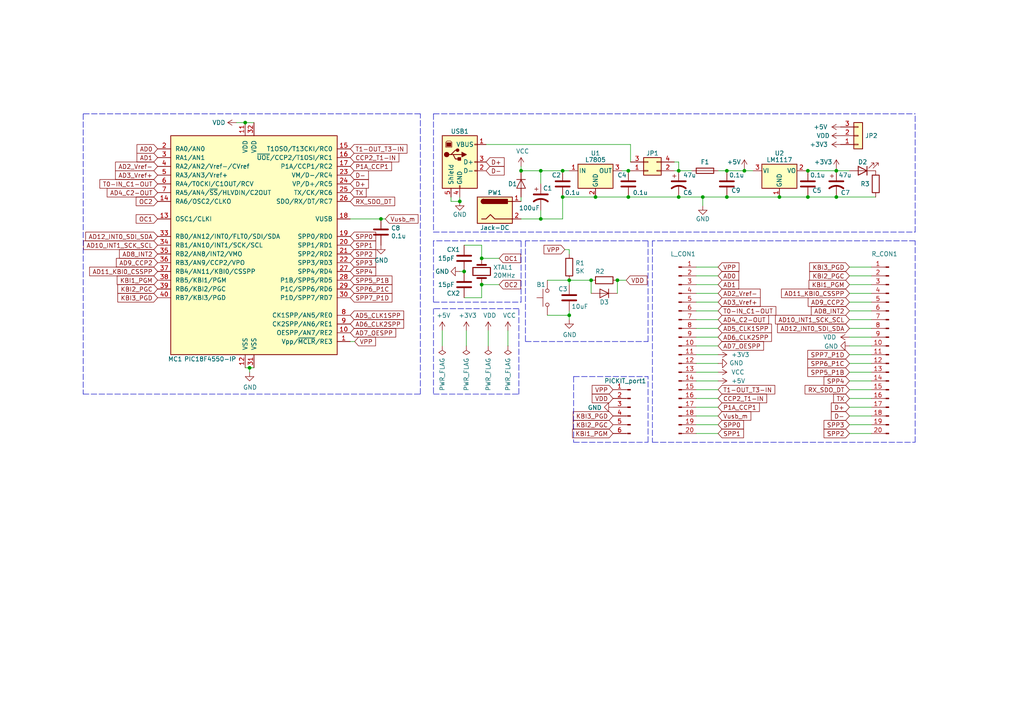
<source format=kicad_sch>
(kicad_sch (version 20211123) (generator eeschema)
  (paper "A4")
  (title_block (title "AutoUSB-KIT v6.0") (date "2021-07-14") (rev "1.4") (company "Automática/CUJAE") (comment 1 "Asignación de huellas ") (comment 2 "PCB") (comment 3 "Modelo 3D") (comment 4 "Daniel E. Zamora Sifredo"))
  (lib_symbols
    (symbol "AutoUSB-KIT-v6-rescue:+3.3V-power" (power) (pin_names (offset 0))
      (property "Value" "+3.3V-power" (at 0 3.556 0))
      (symbol "+3.3V-power_1_1"
        (pin power_in line (at 0 0 90) (length 0) hide (name "+3V3") (number "1"))
      )
    )
    (symbol "AutoUSB-KIT-v6-rescue:CP1-Device" (pin_numbers hide) (pin_names (offset 0.254) hide)
      (property "Reference" "C" (at 0.635 2.54 0))
      (property "Value" "CP1-Device" (at 0.635 -2.54 0))
      (symbol "CP1-Device_1_1"
        (pin passive line (at 0 3.81 270) (length 2.794) (name "~") (number "1"))
        (pin passive line (at 0 -3.81 90) (length 3.302) (name "~") (number "2"))
      )
    )
    (symbol "AutoUSB-KIT-v6-rescue:D-Device" (pin_numbers hide) (pin_names (offset 1.016) hide)
      (property "Reference" "D" (at 0 2.54 0))
      (property "Value" "D-Device" (at 0 -2.54 0))
      (symbol "D-Device_1_1"
        (pin passive line (at -3.81 0 0) (length 2.54) (name "K") (number "1"))
        (pin passive line (at 3.81 0 180) (length 2.54) (name "A") (number "2"))
      )
    )
    (symbol "AutoUSB-KIT-v6-rescue:USB_B-Connector" (pin_names (offset 1.016))
      (property "Reference" "J" (at -5.08 11.43 0))
      (property "Value" "USB_B-Connector" (at -5.08 8.89 0))
      (symbol "USB_B-Connector_1_1"
        (pin power_out line (at 7.62 5.08 180) (length 2.54) (name "VBUS") (number "1"))
        (pin passive line (at 7.62 -2.54 180) (length 2.54) (name "D-") (number "2"))
        (pin passive line (at 7.62 0 180) (length 2.54) (name "D+") (number "3"))
        (pin power_out line (at 0 -10.16 90) (length 2.54) (name "GND") (number "4"))
        (pin passive line (at -2.54 -10.16 90) (length 2.54) (name "Shield") (number "5"))
      )
    )
    (symbol "Connector:Conn_01x06_Male" (pin_names (offset 1.016) hide)
      (property "Reference" "J" (at 0 7.62 0))
      (property "Value" "Conn_01x06_Male" (at 0 -10.16 0))
      (symbol "Conn_01x06_Male_1_1"
        (pin passive line (at 5.08 5.08 180) (length 3.81) (name "Pin_1") (number "1"))
        (pin passive line (at 5.08 2.54 180) (length 3.81) (name "Pin_2") (number "2"))
        (pin passive line (at 5.08 0 180) (length 3.81) (name "Pin_3") (number "3"))
        (pin passive line (at 5.08 -2.54 180) (length 3.81) (name "Pin_4") (number "4"))
        (pin passive line (at 5.08 -5.08 180) (length 3.81) (name "Pin_5") (number "5"))
        (pin passive line (at 5.08 -7.62 180) (length 3.81) (name "Pin_6") (number "6"))
      )
    )
    (symbol "Connector:Conn_01x20_Male" (pin_names (offset 1.016) hide)
      (property "Reference" "J" (at 0 25.4 0))
      (property "Value" "Conn_01x20_Male" (at 0 -27.94 0))
      (symbol "Conn_01x20_Male_1_1"
        (pin passive line (at 5.08 22.86 180) (length 3.81) (name "Pin_1") (number "1"))
        (pin passive line (at 5.08 0 180) (length 3.81) (name "Pin_10") (number "10"))
        (pin passive line (at 5.08 -2.54 180) (length 3.81) (name "Pin_11") (number "11"))
        (pin passive line (at 5.08 -5.08 180) (length 3.81) (name "Pin_12") (number "12"))
        (pin passive line (at 5.08 -7.62 180) (length 3.81) (name "Pin_13") (number "13"))
        (pin passive line (at 5.08 -10.16 180) (length 3.81) (name "Pin_14") (number "14"))
        (pin passive line (at 5.08 -12.7 180) (length 3.81) (name "Pin_15") (number "15"))
        (pin passive line (at 5.08 -15.24 180) (length 3.81) (name "Pin_16") (number "16"))
        (pin passive line (at 5.08 -17.78 180) (length 3.81) (name "Pin_17") (number "17"))
        (pin passive line (at 5.08 -20.32 180) (length 3.81) (name "Pin_18") (number "18"))
        (pin passive line (at 5.08 -22.86 180) (length 3.81) (name "Pin_19") (number "19"))
        (pin passive line (at 5.08 20.32 180) (length 3.81) (name "Pin_2") (number "2"))
        (pin passive line (at 5.08 -25.4 180) (length 3.81) (name "Pin_20") (number "20"))
        (pin passive line (at 5.08 17.78 180) (length 3.81) (name "Pin_3") (number "3"))
        (pin passive line (at 5.08 15.24 180) (length 3.81) (name "Pin_4") (number "4"))
        (pin passive line (at 5.08 12.7 180) (length 3.81) (name "Pin_5") (number "5"))
        (pin passive line (at 5.08 10.16 180) (length 3.81) (name "Pin_6") (number "6"))
        (pin passive line (at 5.08 7.62 180) (length 3.81) (name "Pin_7") (number "7"))
        (pin passive line (at 5.08 5.08 180) (length 3.81) (name "Pin_8") (number "8"))
        (pin passive line (at 5.08 2.54 180) (length 3.81) (name "Pin_9") (number "9"))
      )
    )
    (symbol "Connector:Jack-DC" (pin_names (offset 1.016))
      (property "Reference" "J" (at 0 5.334 0))
      (property "Value" "Jack-DC" (at 0 -5.08 0))
      (symbol "Jack-DC_1_1"
        (pin passive line (at 7.62 2.54 180) (length 2.54) (name "~") (number "1"))
        (pin passive line (at 7.62 -2.54 180) (length 2.54) (name "~") (number "2"))
      )
    )
    (symbol "Connector_Generic:Conn_01x03" (pin_names (offset 1.016) hide)
      (property "Reference" "J" (at 0 5.08 0))
      (property "Value" "Conn_01x03" (at 0 -5.08 0))
      (symbol "Conn_01x03_1_1"
        (pin passive line (at -5.08 2.54 0) (length 3.81) (name "Pin_1") (number "1"))
        (pin passive line (at -5.08 0 0) (length 3.81) (name "Pin_2") (number "2"))
        (pin passive line (at -5.08 -2.54 0) (length 3.81) (name "Pin_3") (number "3"))
      )
    )
    (symbol "Connector_Generic:Conn_02x02_Odd_Even" (pin_names (offset 1.016) hide)
      (property "Reference" "J" (at 1.27 2.54 0))
      (property "Value" "Conn_02x02_Odd_Even" (at 1.27 -5.08 0))
      (symbol "Conn_02x02_Odd_Even_1_1"
        (pin passive line (at -5.08 0 0) (length 3.81) (name "Pin_1") (number "1"))
        (pin passive line (at 7.62 0 180) (length 3.81) (name "Pin_2") (number "2"))
        (pin passive line (at -5.08 -2.54 0) (length 3.81) (name "Pin_3") (number "3"))
        (pin passive line (at 7.62 -2.54 180) (length 3.81) (name "Pin_4") (number "4"))
      )
    )
    (symbol "Device:C" (pin_numbers hide) (pin_names (offset 0.254))
      (property "Reference" "C" (at 0.635 2.54 0))
      (property "Value" "C" (at 0.635 -2.54 0))
      (symbol "C_1_1"
        (pin passive line (at 0 3.81 270) (length 2.794) (name "~") (number "1"))
        (pin passive line (at 0 -3.81 90) (length 2.794) (name "~") (number "2"))
      )
    )
    (symbol "Device:Crystal" (pin_numbers hide) (pin_names (offset 1.016) hide)
      (property "Reference" "Y" (at 0 3.81 0))
      (property "Value" "Crystal" (at 0 -3.81 0))
      (symbol "Crystal_1_1"
        (pin passive line (at -3.81 0 0) (length 1.27) (name "1") (number "1"))
        (pin passive line (at 3.81 0 180) (length 1.27) (name "2") (number "2"))
      )
    )
    (symbol "Device:Fuse" (pin_numbers hide) (pin_names (offset 0))
      (property "Reference" "F" (at 2.032 0 90))
      (property "Value" "Fuse" (at -1.905 0 90))
      (symbol "Fuse_1_1"
        (pin passive line (at 0 3.81 270) (length 1.27) (name "~") (number "1"))
        (pin passive line (at 0 -3.81 90) (length 1.27) (name "~") (number "2"))
      )
    )
    (symbol "Device:LED" (pin_numbers hide) (pin_names (offset 1.016) hide)
      (property "Reference" "D" (at 0 2.54 0))
      (property "Value" "LED" (at 0 -2.54 0))
      (symbol "LED_1_1"
        (pin passive line (at -3.81 0 0) (length 2.54) (name "K") (number "1"))
        (pin passive line (at 3.81 0 180) (length 2.54) (name "A") (number "2"))
      )
    )
    (symbol "Device:R" (pin_numbers hide) (pin_names (offset 0))
      (property "Reference" "R" (at 2.032 0 90))
      (property "Value" "R" (at 0 0 90))
      (symbol "R_1_1"
        (pin passive line (at 0 3.81 270) (length 1.27) (name "~") (number "1"))
        (pin passive line (at 0 -3.81 90) (length 1.27) (name "~") (number "2"))
      )
    )
    (symbol "MCU_Microchip_PIC18:PIC18F4550-IP" (pin_names (offset 1.27))
      (property "Reference" "U" (at -22.86 33.02 0))
      (property "Value" "PIC18F4550-IP" (at 13.97 -33.02 0))
      (symbol "PIC18F4550-IP_1_1"
        (pin input line (at 27.94 -27.94 180) (length 3.81) (name "Vpp/~{MCLR}/RE3") (number "1"))
        (pin bidirectional line (at 27.94 -25.4 180) (length 3.81) (name "OESPP/AN7/RE2") (number "10"))
        (pin power_in line (at -2.54 35.56 270) (length 3.81) (name "VDD") (number "11"))
        (pin power_in line (at -2.54 -35.56 90) (length 3.81) (name "VSS") (number "12"))
        (pin input line (at -27.94 7.62 0) (length 3.81) (name "OSC1/CLKI") (number "13"))
        (pin output line (at -27.94 12.7 0) (length 3.81) (name "RA6/OSC2/CLKO") (number "14"))
        (pin bidirectional line (at 27.94 27.94 180) (length 3.81) (name "T1OSO/T13CKI/RC0") (number "15"))
        (pin bidirectional line (at 27.94 25.4 180) (length 3.81) (name "~{UOE}/CCP2/T1OSI/RC1") (number "16"))
        (pin bidirectional line (at 27.94 22.86 180) (length 3.81) (name "P1A/CCP1/RC2") (number "17"))
        (pin bidirectional line (at 27.94 7.62 180) (length 3.81) (name "VUSB") (number "18"))
        (pin bidirectional line (at 27.94 2.54 180) (length 3.81) (name "SPP0/RD0") (number "19"))
        (pin bidirectional line (at -27.94 27.94 0) (length 3.81) (name "RA0/AN0") (number "2"))
        (pin bidirectional line (at 27.94 0 180) (length 3.81) (name "SPP1/RD1") (number "20"))
        (pin bidirectional line (at 27.94 -2.54 180) (length 3.81) (name "SPP2/RD2") (number "21"))
        (pin bidirectional line (at 27.94 -5.08 180) (length 3.81) (name "SPP3/RD3") (number "22"))
        (pin bidirectional line (at 27.94 20.32 180) (length 3.81) (name "VM/D-/RC4") (number "23"))
        (pin bidirectional line (at 27.94 17.78 180) (length 3.81) (name "VP/D+/RC5") (number "24"))
        (pin bidirectional line (at 27.94 15.24 180) (length 3.81) (name "TX/CK/RC6") (number "25"))
        (pin bidirectional line (at 27.94 12.7 180) (length 3.81) (name "SDO/RX/DT/RC7") (number "26"))
        (pin bidirectional line (at 27.94 -7.62 180) (length 3.81) (name "SPP4/RD4") (number "27"))
        (pin bidirectional line (at 27.94 -10.16 180) (length 3.81) (name "P1B/SPP5/RD5") (number "28"))
        (pin bidirectional line (at 27.94 -12.7 180) (length 3.81) (name "P1C/SPP6/RD6") (number "29"))
        (pin bidirectional line (at -27.94 25.4 0) (length 3.81) (name "RA1/AN1") (number "3"))
        (pin bidirectional line (at 27.94 -15.24 180) (length 3.81) (name "P1D/SPP7/RD7") (number "30"))
        (pin power_in line (at 0 -35.56 90) (length 3.81) (name "VSS") (number "31"))
        (pin power_in line (at 0 35.56 270) (length 3.81) (name "VDD") (number "32"))
        (pin bidirectional line (at -27.94 2.54 0) (length 3.81) (name "RB0/AN12/INT0/FLT0/SDI/SDA") (number "33"))
        (pin bidirectional line (at -27.94 0 0) (length 3.81) (name "RB1/AN10/INT1/SCK/SCL") (number "34"))
        (pin bidirectional line (at -27.94 -2.54 0) (length 3.81) (name "RB2/AN8/INT2/VMO") (number "35"))
        (pin bidirectional line (at -27.94 -5.08 0) (length 3.81) (name "RB3/AN9/CCP2/VPO") (number "36"))
        (pin bidirectional line (at -27.94 -7.62 0) (length 3.81) (name "RB4/AN11/KBI0/CSSPP") (number "37"))
        (pin bidirectional line (at -27.94 -10.16 0) (length 3.81) (name "RB5/KBI1/PGM") (number "38"))
        (pin bidirectional line (at -27.94 -12.7 0) (length 3.81) (name "RB6/KBI2/PGC") (number "39"))
        (pin bidirectional line (at -27.94 22.86 0) (length 3.81) (name "RA2/AN2/Vref-/CVref") (number "4"))
        (pin bidirectional line (at -27.94 -15.24 0) (length 3.81) (name "RB7/KBI3/PGD") (number "40"))
        (pin bidirectional line (at -27.94 20.32 0) (length 3.81) (name "RA3/AN3/Vref+") (number "5"))
        (pin bidirectional line (at -27.94 17.78 0) (length 3.81) (name "RA4/T0CKI/C1OUT/RCV") (number "6"))
        (pin bidirectional line (at -27.94 15.24 0) (length 3.81) (name "RA5/AN4/~{SS}/HLVDIN/C2OUT") (number "7"))
        (pin bidirectional line (at 27.94 -20.32 180) (length 3.81) (name "CK1SPP/AN5/RE0") (number "8"))
        (pin bidirectional line (at 27.94 -22.86 180) (length 3.81) (name "CK2SPP/AN6/RE1") (number "9"))
      )
    )
    (symbol "Regulator_Linear:AP1117-15" (pin_names (offset 0.254))
      (property "Reference" "U" (at -3.81 3.175 0))
      (property "Value" "AP1117-15" (at 0 3.175 0))
      (symbol "AP1117-15_1_1"
        (pin power_in line (at 0 -7.62 90) (length 2.54) (name "GND") (number "1"))
        (pin power_out line (at 7.62 0 180) (length 2.54) (name "VO") (number "2"))
        (pin power_in line (at -7.62 0 0) (length 2.54) (name "VI") (number "3"))
      )
    )
    (symbol "Regulator_Linear:L7805" (pin_names (offset 0.254))
      (property "Reference" "U" (at -3.81 3.175 0))
      (property "Value" "L7805" (at 0 3.175 0))
      (symbol "L7805_1_1"
        (pin power_in line (at -7.62 0 0) (length 2.54) (name "IN") (number "1"))
        (pin power_in line (at 0 -7.62 90) (length 2.54) (name "GND") (number "2"))
        (pin power_out line (at 7.62 0 180) (length 2.54) (name "OUT") (number "3"))
      )
    )
    (symbol "Switch:SW_Push" (pin_numbers hide) (pin_names (offset 1.016) hide)
      (property "Reference" "SW" (at 1.27 2.54 0))
      (property "Value" "SW_Push" (at 0 -1.524 0))
      (symbol "SW_Push_0_1"
        (pin passive line (at -5.08 0 0) (length 2.54) (name "1") (number "1"))
        (pin passive line (at 5.08 0 180) (length 2.54) (name "2") (number "2"))
      )
    )
    (symbol "power:+5V" (power) (pin_names (offset 0))
      (property "Value" "+5V" (at 0 3.556 0))
      (symbol "+5V_1_1"
        (pin power_in line (at 0 0 90) (length 0) hide (name "+5V") (number "1"))
      )
    )
    (symbol "power:GND" (power) (pin_names (offset 0))
      (property "Value" "GND" (at 0 -3.81 0))
      (symbol "GND_1_1"
        (pin power_in line (at 0 0 270) (length 0) hide (name "GND") (number "1"))
      )
    )
    (symbol "power:PWR_FLAG" (power) (pin_numbers hide) (pin_names (offset 0) hide)
      (property "Value" "PWR_FLAG" (at 0 3.81 0))
      (symbol "PWR_FLAG_0_0"
        (pin power_out line (at 0 0 90) (length 0) (name "pwr") (number "1"))
      )
    )
    (symbol "power:VCC" (power) (pin_names (offset 0))
      (property "Value" "VCC" (at 0 3.81 0))
      (symbol "VCC_1_1"
        (pin power_in line (at 0 0 90) (length 0) hide (name "VCC") (number "1"))
      )
    )
    (symbol "power:VDD" (power) (pin_names (offset 0))
      (property "Value" "VDD" (at 0 3.81 0))
      (symbol "VDD_1_1"
        (pin power_in line (at 0 0 90) (length 0) hide (name "VDD") (number "1"))
      )
    )
  )
  (junction (at 203.835 57.15))
  (junction (at 234.315 57.15))
  (junction (at 139.7 74.93))
  (junction (at 110.49 63.5))
  (junction (at 134.62 78.74))
  (junction (at 196.85 49.53))
  (junction (at 172.72 57.15))
  (junction (at 179.07 81.28))
  (junction (at 151.13 49.53))
  (junction (at 234.315 49.53))
  (junction (at 163.195 57.15))
  (junction (at 165.1 91.44))
  (junction (at 139.7 82.55))
  (junction (at 182.245 49.53))
  (junction (at 171.45 81.28))
  (junction (at 242.57 49.53))
  (junction (at 210.82 57.15))
  (junction (at 71.12 35.56))
  (junction (at 133.35 58.42))
  (junction (at 182.245 57.15))
  (junction (at 210.82 49.53))
  (junction (at 156.845 49.53))
  (junction (at 165.1 81.28))
  (junction (at 226.06 57.15))
  (junction (at 72.39 106.68))
  (junction (at 163.195 49.53))
  (junction (at 215.9 49.53))
  (junction (at 156.845 63.5))
  (junction (at 196.85 57.15))
  (junction (at 242.57 57.15))
  (polyline (pts (xy 24.13 114.3) (xy 121.92 114.3)))
  (wire (pts (xy 208.28 105.41) (xy 201.93 105.41)))
  (polyline (pts (xy 187.96 99.06) (xy 187.96 69.85)))
  (wire (pts (xy 163.195 63.5) (xy 163.195 57.15)))
  (wire (pts (xy 208.28 85.09) (xy 201.93 85.09)))
  (polyline (pts (xy 187.96 69.85) (xy 152.4 69.85)))
  (wire (pts (xy 246.38 95.25) (xy 252.73 95.25)))
  (wire (pts (xy 165.1 82.55) (xy 165.1 81.28)))
  (wire (pts (xy 246.38 87.63) (xy 252.73 87.63)))
  (polyline (pts (xy 125.73 67.31) (xy 265.43 67.31)))
  (wire (pts (xy 151.13 48.26) (xy 151.13 49.53)))
  (polyline (pts (xy 121.92 33.02) (xy 24.13 33.02)))
  (wire (pts (xy 246.38 110.49) (xy 252.73 110.49)))
  (wire (pts (xy 72.39 107.95) (xy 72.39 106.68)))
  (wire (pts (xy 156.845 63.5) (xy 163.195 63.5)))
  (wire (pts (xy 182.245 49.53) (xy 182.88 49.53)))
  (wire (pts (xy 165.1 91.44) (xy 165.1 90.17)))
  (wire (pts (xy 181.61 81.28) (xy 179.07 81.28)))
  (polyline (pts (xy 152.4 69.85) (xy 152.4 99.06)))
  (wire (pts (xy 203.835 57.15) (xy 210.82 57.15)))
  (polyline (pts (xy 150.495 114.3) (xy 150.495 89.535)))
  (polyline (pts (xy 125.73 89.535) (xy 125.73 114.3)))
  (wire (pts (xy 133.35 58.42) (xy 133.35 57.15)))
  (wire (pts (xy 246.38 123.19) (xy 252.73 123.19)))
  (wire (pts (xy 135.255 100.33) (xy 135.255 95.885)))
  (wire (pts (xy 71.12 35.56) (xy 73.66 35.56)))
  (wire (pts (xy 208.28 120.65) (xy 201.93 120.65)))
  (wire (pts (xy 139.7 86.36) (xy 134.62 86.36)))
  (polyline (pts (xy 189.23 69.85) (xy 189.23 128.27)))
  (wire (pts (xy 208.28 118.11) (xy 201.93 118.11)))
  (wire (pts (xy 133.35 78.74) (xy 134.62 78.74)))
  (wire (pts (xy 156.845 60.96) (xy 156.845 63.5)))
  (wire (pts (xy 179.07 85.09) (xy 179.07 81.28)))
  (wire (pts (xy 208.28 90.17) (xy 201.93 90.17)))
  (wire (pts (xy 144.78 82.55) (xy 139.7 82.55)))
  (wire (pts (xy 156.845 49.53) (xy 163.195 49.53)))
  (wire (pts (xy 226.06 57.15) (xy 234.315 57.15)))
  (wire (pts (xy 246.38 113.03) (xy 252.73 113.03)))
  (wire (pts (xy 208.28 95.25) (xy 201.93 95.25)))
  (wire (pts (xy 242.57 49.53) (xy 246.38 49.53)))
  (wire (pts (xy 111.76 63.5) (xy 110.49 63.5)))
  (polyline (pts (xy 151.13 69.85) (xy 125.73 69.85)))
  (polyline (pts (xy 166.37 109.22) (xy 166.37 128.27)))
  (wire (pts (xy 208.28 87.63) (xy 201.93 87.63)))
  (wire (pts (xy 242.57 48.895) (xy 242.57 49.53)))
  (wire (pts (xy 208.28 107.95) (xy 201.93 107.95)))
  (wire (pts (xy 165.1 72.39) (xy 165.1 73.66)))
  (wire (pts (xy 246.38 118.11) (xy 252.73 118.11)))
  (wire (pts (xy 208.28 100.33) (xy 201.93 100.33)))
  (wire (pts (xy 215.9 49.53) (xy 218.44 49.53)))
  (polyline (pts (xy 187.96 128.27) (xy 187.96 109.22)))
  (wire (pts (xy 165.1 92.71) (xy 165.1 91.44)))
  (wire (pts (xy 102.87 99.06) (xy 101.6 99.06)))
  (wire (pts (xy 139.7 71.12) (xy 134.62 71.12)))
  (polyline (pts (xy 125.73 33.02) (xy 265.43 33.02)))
  (wire (pts (xy 234.315 49.53) (xy 233.68 49.53)))
  (wire (pts (xy 246.38 97.79) (xy 252.73 97.79)))
  (polyline (pts (xy 125.73 87.63) (xy 151.13 87.63)))
  (wire (pts (xy 158.75 81.28) (xy 165.1 81.28)))
  (wire (pts (xy 234.315 49.53) (xy 242.57 49.53)))
  (wire (pts (xy 196.85 46.99) (xy 195.58 46.99)))
  (polyline (pts (xy 150.495 89.535) (xy 125.73 89.535)))
  (wire (pts (xy 210.82 57.15) (xy 226.06 57.15)))
  (wire (pts (xy 144.78 74.93) (xy 139.7 74.93)))
  (polyline (pts (xy 125.73 33.02) (xy 125.73 67.31)))
  (polyline (pts (xy 265.43 69.85) (xy 189.23 69.85)))
  (wire (pts (xy 196.85 57.15) (xy 203.835 57.15)))
  (wire (pts (xy 172.72 57.15) (xy 163.195 57.15)))
  (wire (pts (xy 246.38 77.47) (xy 252.73 77.47)))
  (wire (pts (xy 72.39 106.68) (xy 73.66 106.68)))
  (polyline (pts (xy 121.92 114.3) (xy 121.92 33.02)))
  (wire (pts (xy 72.39 106.68) (xy 71.12 106.68)))
  (wire (pts (xy 196.85 49.53) (xy 195.58 49.53)))
  (wire (pts (xy 101.6 63.5) (xy 110.49 63.5)))
  (wire (pts (xy 208.28 97.79) (xy 201.93 97.79)))
  (wire (pts (xy 208.28 123.19) (xy 201.93 123.19)))
  (polyline (pts (xy 152.4 99.06) (xy 187.96 99.06)))
  (wire (pts (xy 156.845 53.34) (xy 156.845 49.53)))
  (wire (pts (xy 196.85 49.53) (xy 196.85 46.99)))
  (wire (pts (xy 180.34 49.53) (xy 182.245 49.53)))
  (polyline (pts (xy 24.13 33.02) (xy 24.13 114.3)))
  (wire (pts (xy 208.28 77.47) (xy 201.93 77.47)))
  (wire (pts (xy 196.85 49.53) (xy 200.66 49.53)))
  (wire (pts (xy 151.13 63.5) (xy 156.845 63.5)))
  (wire (pts (xy 208.28 80.01) (xy 201.93 80.01)))
  (wire (pts (xy 246.38 125.73) (xy 252.73 125.73)))
  (wire (pts (xy 68.58 35.56) (xy 71.12 35.56)))
  (polyline (pts (xy 125.73 114.3) (xy 150.495 114.3)))
  (polyline (pts (xy 189.23 128.27) (xy 265.43 128.27)))
  (wire (pts (xy 165.1 81.28) (xy 171.45 81.28)))
  (wire (pts (xy 246.38 100.33) (xy 252.73 100.33)))
  (wire (pts (xy 246.38 90.17) (xy 252.73 90.17)))
  (wire (pts (xy 128.27 100.33) (xy 128.27 95.885)))
  (wire (pts (xy 210.82 49.53) (xy 215.9 49.53)))
  (polyline (pts (xy 265.43 67.31) (xy 265.43 33.02)))
  (wire (pts (xy 208.28 82.55) (xy 201.93 82.55)))
  (polyline (pts (xy 151.13 87.63) (xy 151.13 69.85)))
  (wire (pts (xy 246.38 102.87) (xy 252.73 102.87)))
  (wire (pts (xy 208.28 125.73) (xy 201.93 125.73)))
  (polyline (pts (xy 265.43 128.27) (xy 265.43 69.85)))
  (wire (pts (xy 208.28 92.71) (xy 201.93 92.71)))
  (wire (pts (xy 151.13 49.53) (xy 156.845 49.53)))
  (wire (pts (xy 203.835 59.69) (xy 203.835 57.15)))
  (wire (pts (xy 215.9 48.895) (xy 215.9 49.53)))
  (wire (pts (xy 158.75 91.44) (xy 165.1 91.44)))
  (wire (pts (xy 246.38 82.55) (xy 252.73 82.55)))
  (wire (pts (xy 182.245 57.15) (xy 196.85 57.15)))
  (wire (pts (xy 141.605 100.33) (xy 141.605 95.885)))
  (wire (pts (xy 208.28 113.03) (xy 201.93 113.03)))
  (wire (pts (xy 208.28 102.87) (xy 201.93 102.87)))
  (wire (pts (xy 208.28 110.49) (xy 201.93 110.49)))
  (wire (pts (xy 246.38 92.71) (xy 252.73 92.71)))
  (wire (pts (xy 139.7 82.55) (xy 139.7 86.36)))
  (wire (pts (xy 130.81 57.15) (xy 130.81 58.42)))
  (wire (pts (xy 246.38 115.57) (xy 252.73 115.57)))
  (wire (pts (xy 208.28 115.57) (xy 201.93 115.57)))
  (wire (pts (xy 208.28 49.53) (xy 210.82 49.53)))
  (wire (pts (xy 147.32 100.33) (xy 147.32 95.885)))
  (wire (pts (xy 246.38 120.65) (xy 252.73 120.65)))
  (wire (pts (xy 254 57.15) (xy 242.57 57.15)))
  (wire (pts (xy 246.38 80.01) (xy 252.73 80.01)))
  (wire (pts (xy 246.38 107.95) (xy 252.73 107.95)))
  (wire (pts (xy 246.38 85.09) (xy 252.73 85.09)))
  (wire (pts (xy 151.13 58.42) (xy 151.13 57.15)))
  (wire (pts (xy 246.38 105.41) (xy 252.73 105.41)))
  (wire (pts (xy 234.315 57.15) (xy 242.57 57.15)))
  (polyline (pts (xy 125.73 69.85) (xy 125.73 87.63)))
  (wire (pts (xy 171.45 85.09) (xy 171.45 81.28)))
  (wire (pts (xy 182.88 41.91) (xy 182.88 46.99)))
  (wire (pts (xy 163.83 72.39) (xy 165.1 72.39)))
  (wire (pts (xy 172.72 57.15) (xy 182.245 57.15)))
  (wire (pts (xy 139.7 74.93) (xy 139.7 71.12)))
  (polyline (pts (xy 166.37 128.27) (xy 187.96 128.27)))
  (polyline (pts (xy 166.37 109.22) (xy 187.96 109.22)))
  (wire (pts (xy 130.81 58.42) (xy 133.35 58.42)))
  (wire (pts (xy 140.97 41.91) (xy 182.88 41.91)))
  (wire (pts (xy 163.195 49.53) (xy 165.1 49.53)))
  (global_label "CCP2_T1-IN" (shape input) (at 208.28 115.57 0) (property "Intersheet References" "${INTERSHEET_REFS}" (effects hide)))
  (global_label "KBI1_PGM" (shape input) (at 177.8 125.73 180) (property "Intersheet References" "${INTERSHEET_REFS}" (effects hide)))
  (global_label "AD0" (shape input) (at 45.72 43.18 180) (property "Intersheet References" "${INTERSHEET_REFS}" (effects hide)))
  (global_label "KBI1_PGM" (shape input) (at 246.38 82.55 180) (property "Intersheet References" "${INTERSHEET_REFS}" (effects hide)))
  (global_label "SPP7_P1D" (shape input) (at 101.6 86.36 0) (property "Intersheet References" "${INTERSHEET_REFS}" (effects hide)))
  (global_label "SPP3" (shape input) (at 101.6 76.2 0) (property "Intersheet References" "${INTERSHEET_REFS}" (effects hide)))
  (global_label "SPP5_P1B" (shape input) (at 101.6 81.28 0) (property "Intersheet References" "${INTERSHEET_REFS}" (effects hide)))
  (global_label "SPP6_P1C" (shape input) (at 246.38 105.41 180) (property "Intersheet References" "${INTERSHEET_REFS}" (effects hide)))
  (global_label "SPP0" (shape input) (at 208.28 123.19 0) (property "Intersheet References" "${INTERSHEET_REFS}" (effects hide)))
  (global_label "KBI3_PGD" (shape input) (at 45.72 86.36 180) (property "Intersheet References" "${INTERSHEET_REFS}" (effects hide)))
  (global_label "AD3_Vref+" (shape input) (at 208.28 87.63 0) (property "Intersheet References" "${INTERSHEET_REFS}" (effects hide)))
  (global_label "SPP1" (shape input) (at 208.28 125.73 0) (property "Intersheet References" "${INTERSHEET_REFS}" (effects hide)))
  (global_label "KBI1_PGM" (shape input) (at 45.72 81.28 180) (property "Intersheet References" "${INTERSHEET_REFS}" (effects hide)))
  (global_label "AD4_C2-OUT" (shape input) (at 208.28 92.71 0) (property "Intersheet References" "${INTERSHEET_REFS}" (effects hide)))
  (global_label "AD8_INT2" (shape input) (at 246.38 90.17 180) (property "Intersheet References" "${INTERSHEET_REFS}" (effects hide)))
  (global_label "AD6_CLK2SPP" (shape input) (at 101.6 93.98 0) (property "Intersheet References" "${INTERSHEET_REFS}" (effects hide)))
  (global_label "D-" (shape input) (at 140.97 49.53 0) (property "Intersheet References" "${INTERSHEET_REFS}" (effects hide)))
  (global_label "AD10_INT1_SCK_SCL" (shape input) (at 246.38 92.71 180) (property "Intersheet References" "${INTERSHEET_REFS}" (effects hide)))
  (global_label "AD3_Vref+" (shape input) (at 45.72 50.8 180) (property "Intersheet References" "${INTERSHEET_REFS}" (effects hide)))
  (global_label "OC1" (shape input) (at 45.72 63.5 180) (property "Intersheet References" "${INTERSHEET_REFS}" (effects hide)))
  (global_label "CCP2_T1-IN" (shape input) (at 101.6 45.72 0) (property "Intersheet References" "${INTERSHEET_REFS}" (effects hide)))
  (global_label "AD7_OESPP" (shape input) (at 208.28 100.33 0) (property "Intersheet References" "${INTERSHEET_REFS}" (effects hide)))
  (global_label "AD7_OESPP" (shape input) (at 101.6 96.52 0) (property "Intersheet References" "${INTERSHEET_REFS}" (effects hide)))
  (global_label "SPP4" (shape input) (at 101.6 78.74 0) (property "Intersheet References" "${INTERSHEET_REFS}" (effects hide)))
  (global_label "SPP0" (shape input) (at 101.6 68.58 0) (property "Intersheet References" "${INTERSHEET_REFS}" (effects hide)))
  (global_label "AD9_CCP2" (shape input) (at 45.72 76.2 180) (property "Intersheet References" "${INTERSHEET_REFS}" (effects hide)))
  (global_label "OC1" (shape input) (at 144.78 74.93 0) (property "Intersheet References" "${INTERSHEET_REFS}" (effects hide)))
  (global_label "VPP" (shape input) (at 177.8 113.03 180) (property "Intersheet References" "${INTERSHEET_REFS}" (effects hide)))
  (global_label "P1A_CCP1" (shape input) (at 101.6 48.26 0) (property "Intersheet References" "${INTERSHEET_REFS}" (effects hide)))
  (global_label "AD2_Vref-" (shape input) (at 208.28 85.09 0) (property "Intersheet References" "${INTERSHEET_REFS}" (effects hide)))
  (global_label "SPP5_P1B" (shape input) (at 246.38 107.95 180) (property "Intersheet References" "${INTERSHEET_REFS}" (effects hide)))
  (global_label "SPP4" (shape input) (at 246.38 110.49 180) (property "Intersheet References" "${INTERSHEET_REFS}" (effects hide)))
  (global_label "KBI2_PGC" (shape input) (at 246.38 80.01 180) (property "Intersheet References" "${INTERSHEET_REFS}" (effects hide)))
  (global_label "D+" (shape input) (at 101.6 53.34 0) (property "Intersheet References" "${INTERSHEET_REFS}" (effects hide)))
  (global_label "SPP6_P1C" (shape input) (at 101.6 83.82 0) (property "Intersheet References" "${INTERSHEET_REFS}" (effects hide)))
  (global_label "AD4_C2-OUT" (shape input) (at 45.72 55.88 180) (property "Intersheet References" "${INTERSHEET_REFS}" (effects hide)))
  (global_label "SPP3" (shape input) (at 246.38 123.19 180) (property "Intersheet References" "${INTERSHEET_REFS}" (effects hide)))
  (global_label "TX" (shape input) (at 246.38 115.57 180) (property "Intersheet References" "${INTERSHEET_REFS}" (effects hide)))
  (global_label "VDD" (shape input) (at 177.8 115.57 180) (property "Intersheet References" "${INTERSHEET_REFS}" (effects hide)))
  (global_label "SPP1" (shape input) (at 101.6 71.12 0) (property "Intersheet References" "${INTERSHEET_REFS}" (effects hide)))
  (global_label "AD11_KBI0_CSSPP" (shape input) (at 246.38 85.09 180) (property "Intersheet References" "${INTERSHEET_REFS}" (effects hide)))
  (global_label "TX" (shape input) (at 101.6 55.88 0) (property "Intersheet References" "${INTERSHEET_REFS}" (effects hide)))
  (global_label "AD12_INT0_SDI_SDA" (shape input) (at 45.72 68.58 180) (property "Intersheet References" "${INTERSHEET_REFS}" (effects hide)))
  (global_label "SPP7_P1D" (shape input) (at 246.38 102.87 180) (property "Intersheet References" "${INTERSHEET_REFS}" (effects hide)))
  (global_label "KBI3_PGD" (shape input) (at 177.8 120.65 180) (property "Intersheet References" "${INTERSHEET_REFS}" (effects hide)))
  (global_label "Vusb_m" (shape input) (at 208.28 120.65 0) (property "Intersheet References" "${INTERSHEET_REFS}" (effects hide)))
  (global_label "AD9_CCP2" (shape input) (at 246.38 87.63 180) (property "Intersheet References" "${INTERSHEET_REFS}" (effects hide)))
  (global_label "SPP2" (shape input) (at 246.38 125.73 180) (property "Intersheet References" "${INTERSHEET_REFS}" (effects hide)))
  (global_label "Vusb_m" (shape input) (at 111.76 63.5 0) (property "Intersheet References" "${INTERSHEET_REFS}" (effects hide)))
  (global_label "P1A_CCP1" (shape input) (at 208.28 118.11 0) (property "Intersheet References" "${INTERSHEET_REFS}" (effects hide)))
  (global_label "VPP" (shape input) (at 102.87 99.06 0) (property "Intersheet References" "${INTERSHEET_REFS}" (effects hide)))
  (global_label "D-" (shape input) (at 101.6 50.8 0) (property "Intersheet References" "${INTERSHEET_REFS}" (effects hide)))
  (global_label "T0-IN_C1-OUT" (shape input) (at 208.28 90.17 0) (property "Intersheet References" "${INTERSHEET_REFS}" (effects hide)))
  (global_label "VPP" (shape input) (at 208.28 77.47 0) (property "Intersheet References" "${INTERSHEET_REFS}" (effects hide)))
  (global_label "RX_SDO_DT" (shape input) (at 246.38 113.03 180) (property "Intersheet References" "${INTERSHEET_REFS}" (effects hide)))
  (global_label "OC2" (shape input) (at 45.72 58.42 180) (property "Intersheet References" "${INTERSHEET_REFS}" (effects hide)))
  (global_label "AD5_CLK1SPP" (shape input) (at 101.6 91.44 0) (property "Intersheet References" "${INTERSHEET_REFS}" (effects hide)))
  (global_label "AD0" (shape input) (at 208.28 80.01 0) (property "Intersheet References" "${INTERSHEET_REFS}" (effects hide)))
  (global_label "AD6_CLK2SPP" (shape input) (at 208.28 97.79 0) (property "Intersheet References" "${INTERSHEET_REFS}" (effects hide)))
  (global_label "KBI2_PGC" (shape input) (at 45.72 83.82 180) (property "Intersheet References" "${INTERSHEET_REFS}" (effects hide)))
  (global_label "AD1" (shape input) (at 208.28 82.55 0) (property "Intersheet References" "${INTERSHEET_REFS}" (effects hide)))
  (global_label "AD12_INT0_SDI_SDA" (shape input) (at 246.38 95.25 180) (property "Intersheet References" "${INTERSHEET_REFS}" (effects hide)))
  (global_label "AD1" (shape input) (at 45.72 45.72 180) (property "Intersheet References" "${INTERSHEET_REFS}" (effects hide)))
  (global_label "VDD" (shape input) (at 181.61 81.28 0) (property "Intersheet References" "${INTERSHEET_REFS}" (effects hide)))
  (global_label "T1-OUT_T3-IN" (shape input) (at 101.6 43.18 0) (property "Intersheet References" "${INTERSHEET_REFS}" (effects hide)))
  (global_label "SPP2" (shape input) (at 101.6 73.66 0) (property "Intersheet References" "${INTERSHEET_REFS}" (effects hide)))
  (global_label "AD8_INT2" (shape input) (at 45.72 73.66 180) (property "Intersheet References" "${INTERSHEET_REFS}" (effects hide)))
  (global_label "AD11_KBI0_CSSPP" (shape input) (at 45.72 78.74 180) (property "Intersheet References" "${INTERSHEET_REFS}" (effects hide)))
  (global_label "D+" (shape input) (at 246.38 118.11 180) (property "Intersheet References" "${INTERSHEET_REFS}" (effects hide)))
  (global_label "AD2_Vref-" (shape input) (at 45.72 48.26 180) (property "Intersheet References" "${INTERSHEET_REFS}" (effects hide)))
  (global_label "RX_SDO_DT" (shape input) (at 101.6 58.42 0) (property "Intersheet References" "${INTERSHEET_REFS}" (effects hide)))
  (global_label "VPP" (shape input) (at 163.83 72.39 180) (property "Intersheet References" "${INTERSHEET_REFS}" (effects hide)))
  (global_label "D-" (shape input) (at 246.38 120.65 180) (property "Intersheet References" "${INTERSHEET_REFS}" (effects hide)))
  (global_label "AD10_INT1_SCK_SCL" (shape input) (at 45.72 71.12 180) (property "Intersheet References" "${INTERSHEET_REFS}" (effects hide)))
  (global_label "AD5_CLK1SPP" (shape input) (at 208.28 95.25 0) (property "Intersheet References" "${INTERSHEET_REFS}" (effects hide)))
  (global_label "D+" (shape input) (at 140.97 46.99 0) (property "Intersheet References" "${INTERSHEET_REFS}" (effects hide)))
  (global_label "T1-OUT_T3-IN" (shape input) (at 208.28 113.03 0) (property "Intersheet References" "${INTERSHEET_REFS}" (effects hide)))
  (global_label "KBI3_PGD" (shape input) (at 246.38 77.47 180) (property "Intersheet References" "${INTERSHEET_REFS}" (effects hide)))
  (global_label "KBI2_PGC" (shape input) (at 177.8 123.19 180) (property "Intersheet References" "${INTERSHEET_REFS}" (effects hide)))
  (global_label "T0-IN_C1-OUT" (shape input) (at 45.72 53.34 180) (property "Intersheet References" "${INTERSHEET_REFS}" (effects hide)))
  (global_label "OC2" (shape input) (at 144.78 82.55 0) (property "Intersheet References" "${INTERSHEET_REFS}" (effects hide)))
  (symbol (lib_id "MCU_Microchip_PIC18:PIC18F4550-IP") (at 73.66 71.12 0) (unit 1)
    (property "Reference" "MC1" (at 50.8 104.14 0))
    (property "Value" "PIC18F4550-IP" (at 60.96 104.14 0))
    (property "Footprint" "Package_DIP:DIP-40_W15.24mm" (effects hide))
    (property "Datasheet" "http://ww1.microchip.com/downloads/en/DeviceDoc/39760d.pdf" (effects hide))
    (property "price" "6.710" (effects hide))
    (property "tipo" "M" (effects hide))
  )
  (symbol (lib_id "power:GND") (at 133.35 58.42 0) (unit 1)
    (property "Reference" "#PWR05" (effects hide))
    (property "Value" "GND" (at 133.35 62.23 0))
  )
  (symbol (lib_id "Device:R") (at 165.1 77.47 0) (unit 1)
    (property "Reference" "R1" (at 166.878 76.3016 0) (effects (justify left)))
    (property "Value" "5K" (at 166.878 78.613 0) (effects (justify left)))
    (property "Footprint" "Resistor_SMD:R_1206_3216Metric_Pad1.42x1.75mm_HandSolder" (effects hide))
    (property "price" "0.083" (effects hide))
    (property "tipo" "R" (effects hide))
  )
  (symbol (lib_id "power:GND") (at 165.1 92.71 0) (unit 1)
    (property "Reference" "#PWR011" (effects hide))
    (property "Value" "GND" (at 165.227 97.1042 0))
  )
  (symbol (lib_id "Switch:SW_Push") (at 158.75 86.36 90) (unit 1)
    (property "Reference" "B1" (at 155.575 82.55 90) (effects (justify right)))
    (property "Value" "B" (effects hide))
    (property "Footprint" "Button_Switch_THT:SW_Tactile_SPST_Angled_PTS645Vx39-2LFS" (effects hide))
    (property "price" "0.116" (effects hide))
    (property "tipo" "B" (effects hide))
  )
  (symbol (lib_id "Device:C") (at 165.1 86.36 0) (unit 1)
    (property "Reference" "C3" (at 161.925 83.82 0) (effects (justify left)))
    (property "Value" "10uF" (at 165.735 88.9 0) (effects (justify left)))
    (property "Footprint" "Capacitor_Tantalum_SMD:CP_EIA-2012-12_Kemet-R" (effects hide))
    (property "price" "0.212" (effects hide))
    (property "tipo" "C" (effects hide))
  )
  (symbol (lib_id "Device:R") (at 175.26 81.28 270) (unit 1)
    (property "Reference" "R2" (at 173.99 78.74 90))
    (property "Value" "5K" (effects hide))
    (property "Footprint" "Resistor_SMD:R_1206_3216Metric_Pad1.42x1.75mm_HandSolder" (effects hide))
    (property "price" "0.083" (effects hide))
    (property "tipo" "R" (effects hide))
  )
  (symbol (lib_id "AutoUSB-KIT-v6-rescue:D-Device") (at 175.26 85.09 180) (unit 1)
    (property "Reference" "D3" (at 175.26 87.63 0))
    (property "Value" "D" (effects hide))
    (property "Footprint" "Diode_SMD:D_0805_2012Metric_Pad1.15x1.40mm_HandSolder" (effects hide))
    (property "price" "0.081" (effects hide))
    (property "tipo" "D" (effects hide))
  )
  (symbol (lib_id "power:GND") (at 72.39 107.95 0) (unit 1)
    (property "Reference" "#PWR02" (effects hide))
    (property "Value" "GND" (at 72.517 112.3442 0))
  )
  (symbol (lib_id "Connector:Conn_01x06_Male") (at 182.88 118.11 0) (mirror y) (unit 1)
    (property "Reference" "PICKIT_port1" (at 175.26 110.49 0) (effects (justify right)))
    (property "Value" "PICKIT_port" (effects hide))
    (property "Footprint" "Connector_PinHeader_2.54mm:PinHeader_1x06_P2.54mm_Vertical" (effects hide))
    (property "price" "0.239" (effects hide))
    (property "tipo" "CON" (effects hide))
  )
  (symbol (lib_id "power:GND") (at 177.8 118.11 270) (unit 1)
    (property "Reference" "#PWR013" (effects hide))
    (property "Value" "GND" (at 174.5488 118.237 90) (effects (justify right)))
  )
  (symbol (lib_id "power:GND") (at 203.835 59.69 0) (unit 1)
    (property "Reference" "#PWR012" (effects hide))
    (property "Value" "GND" (at 203.835 63.5 0))
  )
  (symbol (lib_id "power:GND") (at 110.49 71.12 0) (unit 1)
    (property "Reference" "#PWR03" (effects hide))
    (property "Value" "GND" (at 110.617 75.5142 0))
  )
  (symbol (lib_id "Device:C") (at 110.49 67.31 0) (unit 1)
    (property "Reference" "C8" (at 113.411 66.1416 0) (effects (justify left)))
    (property "Value" "0.1u" (at 113.411 68.453 0) (effects (justify left)))
    (property "Footprint" "Capacitor_Tantalum_SMD:CP_EIA-2012-12_Kemet-R" (effects hide))
    (property "price" "0.073" (effects hide))
    (property "tipo" "C" (effects hide))
  )
  (symbol (lib_id "Regulator_Linear:AP1117-15") (at 226.06 49.53 0) (unit 1)
    (property "Reference" "U2" (at 226.06 44.45 0))
    (property "Value" "LM1117" (at 226.06 46.355 0))
    (property "Footprint" "Package_TO_SOT_SMD:SOT-223-3_TabPin2" (effects hide))
    (property "Datasheet" "http://www.diodes.com/datasheets/AP1117.pdf" (effects hide))
    (property "price" "0.770" (effects hide))
    (property "tipo" "LM1117" (effects hide))
  )
  (symbol (lib_id "AutoUSB-KIT-v6-rescue:CP1-Device") (at 242.57 53.34 0) (unit 1)
    (property "Reference" "C7" (at 243.84 55.88 0) (effects (justify left)))
    (property "Value" "47u" (at 243.205 50.8 0) (effects (justify left)))
    (property "Footprint" "Capacitor_THT:CP_Radial_D5.0mm_P2.00mm" (effects hide))
    (property "price" "0.212" (effects hide))
    (property "tipo" "C" (effects hide))
  )
  (symbol (lib_id "AutoUSB-KIT-v6-rescue:CP1-Device") (at 196.85 53.34 0) (unit 1)
    (property "Reference" "C6" (at 198.12 55.88 0) (effects (justify left)))
    (property "Value" "47u" (at 198.12 50.8 0) (effects (justify left)))
    (property "Footprint" "Capacitor_THT:CP_Radial_D5.0mm_P2.00mm" (effects hide))
    (property "price" "0.212" (effects hide))
    (property "tipo" "C" (effects hide))
  )
  (symbol (lib_id "Connector:Jack-DC") (at 143.51 60.96 0) (unit 1)
    (property "Reference" "PW1" (at 143.51 55.88 0))
    (property "Value" "Jack-DC" (at 143.51 66.04 0))
    (property "Footprint" "Connector_BarrelJack:BarrelJack_Wuerth_6941xx301002" (effects hide))
    (property "price" "0.541" (effects hide))
    (property "tipo" "CON" (effects hide))
  )
  (symbol (lib_id "Regulator_Linear:L7805") (at 172.72 49.53 0) (unit 1)
    (property "Reference" "U1" (at 172.72 44.45 0))
    (property "Value" "L7805" (at 172.72 46.355 0))
    (property "Footprint" "Package_TO_SOT_THT:TO-220-3_Vertical" (effects hide))
    (property "Datasheet" "http://www.st.com/content/ccc/resource/technical/document/datasheet/41/4f/b3/b0/12/d4/47/88/CD00000444.pdf/files/CD00000444.pdf/jcr:content/translations/en.CD00000444.pdf" (effects hide))
    (property "price" "0.780" (effects hide))
    (property "tipo" "LM7805" (effects hide))
  )
  (symbol (lib_id "Connector:Conn_01x20_Male") (at 257.81 100.33 0) (mirror y) (unit 1)
    (property "Reference" "R_CON1" (at 256.54 73.66 0))
    (property "Value" "Conn_01x20" (effects hide))
    (property "Footprint" "Connector_PinHeader_2.54mm:PinHeader_1x20_P2.54mm_Vertical" (effects hide))
    (property "price" "0.850" (effects hide))
    (property "tipo" "CON" (effects hide))
  )
  (symbol (lib_id "AutoUSB-KIT-v6-rescue:CP1-Device") (at 156.845 57.15 0) (unit 1)
    (property "Reference" "C1" (at 157.48 54.61 0) (effects (justify left)))
    (property "Value" "100uF" (at 150.495 60.325 0) (effects (justify left)))
    (property "Footprint" "Capacitor_THT:CP_Radial_D5.0mm_P2.00mm" (effects hide))
    (property "price" "0.252" (effects hide))
    (property "tipo" "C" (effects hide))
  )
  (symbol (lib_id "Connector:Conn_01x20_Male") (at 196.85 100.33 0) (unit 1)
    (property "Reference" "L_CON1" (at 198.12 73.66 0))
    (property "Value" "Conn_01x20" (effects hide))
    (property "Footprint" "Connector_PinHeader_2.54mm:PinHeader_1x20_P2.54mm_Vertical" (effects hide))
    (property "price" "0.850" (effects hide))
    (property "tipo" "CON" (effects hide))
  )
  (symbol (lib_id "power:+5V") (at 215.9 48.895 0) (unit 1)
    (property "Reference" "#PWR018" (effects hide))
    (property "Value" "+5V" (at 210.82 46.99 0) (effects (justify left)))
  )
  (symbol (lib_id "power:GND") (at 208.28 105.41 90) (unit 1)
    (property "Reference" "#PWR015" (effects hide))
    (property "Value" "GND" (at 211.5312 105.283 90) (effects (justify right)))
  )
  (symbol (lib_id "power:GND") (at 246.38 100.33 270) (unit 1)
    (property "Reference" "#PWR023" (effects hide))
    (property "Value" "GND" (at 243.1288 100.457 90) (effects (justify right)))
  )
  (symbol (lib_id "power:+5V") (at 208.28 110.49 270) (unit 1)
    (property "Reference" "#PWR017" (effects hide))
    (property "Value" "+5V" (at 212.09 110.49 90) (effects (justify left)))
  )
  (symbol (lib_id "AutoUSB-KIT-v6-rescue:+3.3V-power") (at 208.28 102.87 270) (unit 1)
    (property "Reference" "#PWR014" (effects hide))
    (property "Value" "+3.3V" (at 212.09 102.87 90) (effects (justify left)))
  )
  (symbol (lib_id "power:VDD") (at 246.38 97.79 90) (unit 1)
    (property "Reference" "#PWR022" (effects hide))
    (property "Value" "VDD" (at 242.57 97.79 90) (effects (justify left)))
  )
  (symbol (lib_id "power:VDD") (at 68.58 35.56 90) (unit 1)
    (property "Reference" "#PWR01" (effects hide))
    (property "Value" "VDD" (at 65.405 35.56 90) (effects (justify left)))
  )
  (symbol (lib_id "power:VDD") (at 243.84 39.37 90) (unit 1)
    (property "Reference" "#PWR019" (effects hide))
    (property "Value" "VDD" (at 240.665 39.37 90) (effects (justify left)))
  )
  (symbol (lib_id "AutoUSB-KIT-v6-rescue:D-Device") (at 151.13 53.34 270) (unit 1)
    (property "Reference" "D1" (at 147.32 53.34 90) (effects (justify left)))
    (property "Value" "B316" (effects hide))
    (property "Footprint" "Diode_SMD:D_1206_3216Metric" (effects hide))
    (property "price" "0.623" (effects hide))
    (property "tipo" "D" (effects hide))
  )
  (symbol (lib_id "Device:LED") (at 250.19 49.53 180) (unit 1)
    (property "Reference" "D2" (at 250.19 46.99 0))
    (property "Value" "LED" (effects hide))
    (property "Footprint" "LED_THT:LED_D3.0mm" (effects hide))
    (property "price" "0.211" (effects hide))
    (property "tipo" "L" (effects hide))
  )
  (symbol (lib_id "AutoUSB-KIT-v6-rescue:+3.3V-power") (at 242.57 48.895 0) (unit 1)
    (property "Reference" "#PWR021" (effects hide))
    (property "Value" "+3.3V" (at 238.76 46.99 0))
  )
  (symbol (lib_id "Device:R") (at 254 53.34 0) (unit 1)
    (property "Reference" "R3" (at 249.555 53.34 0) (effects (justify left)))
    (property "Value" "100" (effects hide))
    (property "Footprint" "Resistor_SMD:R_1206_3216Metric_Pad1.42x1.75mm_HandSolder" (effects hide))
    (property "price" "0.083" (effects hide))
    (property "tipo" "R" (effects hide))
  )
  (symbol (lib_id "Connector_Generic:Conn_02x02_Odd_Even") (at 187.96 49.53 0) (mirror x) (unit 1)
    (property "Reference" "JP1" (at 189.23 44.45 0))
    (property "Value" "Conn_02x02" (effects hide))
    (property "Footprint" "Connector_PinHeader_2.00mm:PinHeader_2x02_P2.00mm_Vertical" (effects hide))
    (property "price" "0.152" (effects hide))
    (property "tipo" "CON" (effects hide))
  )
  (symbol (lib_id "Device:C") (at 134.62 74.93 0) (unit 1)
    (property "Reference" "CX1" (at 129.54 72.39 0) (effects (justify left)))
    (property "Value" "15pF" (at 127 74.93 0) (effects (justify left)))
    (property "Footprint" "Capacitor_THT:C_Disc_D3.0mm_W1.6mm_P2.50mm" (effects hide))
    (property "price" "0.122" (effects hide))
    (property "tipo" "C" (effects hide))
  )
  (symbol (lib_id "Device:C") (at 134.62 82.55 0) (unit 1)
    (property "Reference" "CX2" (at 129.54 85.09 0) (effects (justify left)))
    (property "Value" "15pF" (at 127 82.55 0) (effects (justify left)))
    (property "Footprint" "Capacitor_THT:C_Disc_D3.0mm_W1.6mm_P2.50mm" (effects hide))
    (property "price" "0.122" (effects hide))
    (property "tipo" "C" (effects hide))
  )
  (symbol (lib_id "power:GND") (at 133.35 78.74 270) (mirror x) (unit 1)
    (property "Reference" "#PWR06" (effects hide))
    (property "Value" "GND" (at 128.27 78.74 90))
  )
  (symbol (lib_id "Device:Crystal") (at 139.7 78.74 90) (unit 1)
    (property "Reference" "XTAL1" (at 143.0274 77.5716 90) (effects (justify right)))
    (property "Value" "20MHz" (at 143.0274 79.883 90) (effects (justify right)))
    (property "Footprint" "Crystal:Crystal_HC18-U_Vertical" (effects hide))
    (property "price" "0.280" (effects hide))
    (property "tipo" "X" (effects hide))
  )
  (symbol (lib_id "AutoUSB-KIT-v6-rescue:USB_B-Connector") (at 133.35 46.99 0) (unit 1)
    (property "Reference" "USB1" (at 133.35 38.1 0))
    (property "Value" "USB_B" (effects hide))
    (property "Footprint" "Connector_USB:USB_B_OST_USB-B1HSxx_Horizontal" (effects hide))
    (property "Datasheet" " ~" (effects hide))
    (property "price" "0.380" (effects hide))
    (property "tipo" "CON" (effects hide))
  )
  (symbol (lib_id "Device:Fuse") (at 204.47 49.53 270) (unit 1)
    (property "Reference" "F1" (at 204.47 46.99 90))
    (property "Value" "1A" (effects hide))
    (property "Footprint" "Fuse:Fuse_0805_2012Metric_Pad1.15x1.40mm_HandSolder" (effects hide))
    (property "price" "0.086" (effects hide))
    (property "tipo" "F" (effects hide))
  )
  (symbol (lib_id "Device:C") (at 234.315 53.34 0) (unit 1)
    (property "Reference" "C5" (at 235.585 55.245 0) (effects (justify left)))
    (property "Value" "0.1u" (at 234.95 50.8 0) (effects (justify left)))
    (property "Footprint" "Capacitor_Tantalum_SMD:CP_EIA-2012-12_Kemet-R" (effects hide))
    (property "price" "0.073" (effects hide))
    (property "tipo" "C" (effects hide))
  )
  (symbol (lib_id "Device:C") (at 182.245 53.34 0) (unit 1)
    (property "Reference" "C4" (at 179.07 50.8 0) (effects (justify left)))
    (property "Value" "0.1u" (at 183.515 55.88 0) (effects (justify left)))
    (property "Footprint" "Capacitor_Tantalum_SMD:CP_EIA-2012-12_Kemet-R" (effects hide))
    (property "price" "0.073" (effects hide))
    (property "tipo" "C" (effects hide))
  )
  (symbol (lib_id "Device:C") (at 163.195 53.34 0) (unit 1)
    (property "Reference" "C2" (at 160.02 50.8 0) (effects (justify left)))
    (property "Value" "0.1u" (at 163.83 55.88 0) (effects (justify left)))
    (property "Footprint" "Capacitor_Tantalum_SMD:CP_EIA-2012-12_Kemet-R" (effects hide))
    (property "price" "0.073" (effects hide))
    (property "tipo" "C" (effects hide))
  )
  (symbol (lib_id "power:PWR_FLAG") (at 128.27 100.33 180) (unit 1)
    (property "Reference" "#FLG01" (effects hide))
    (property "Value" "PWR_FLAG" (at 128.27 108.585 90))
  )
  (symbol (lib_id "power:+5V") (at 128.27 95.885 0) (unit 1)
    (property "Reference" "#PWR04" (effects hide))
    (property "Value" "+5V" (at 128.651 91.4908 0))
  )
  (symbol (lib_id "AutoUSB-KIT-v6-rescue:+3.3V-power") (at 135.255 95.885 0) (unit 1)
    (property "Reference" "#PWR07" (effects hide))
    (property "Value" "+3.3V" (at 135.636 91.4908 0))
  )
  (symbol (lib_id "power:VDD") (at 141.605 95.885 0) (unit 1)
    (property "Reference" "#PWR08" (effects hide))
    (property "Value" "VDD" (at 142.0368 91.4908 0))
  )
  (symbol (lib_id "power:PWR_FLAG") (at 135.255 100.33 180) (unit 1)
    (property "Reference" "#FLG02" (effects hide))
    (property "Value" "PWR_FLAG" (at 135.255 108.585 90))
  )
  (symbol (lib_id "power:PWR_FLAG") (at 141.605 100.33 180) (unit 1)
    (property "Reference" "#FLG03" (effects hide))
    (property "Value" "PWR_FLAG" (at 141.605 108.585 90))
  )
  (symbol (lib_id "power:VCC") (at 147.32 95.885 0) (unit 1)
    (property "Reference" "#PWR09" (effects hide))
    (property "Value" "VCC" (at 147.7518 91.4908 0))
  )
  (symbol (lib_id "power:PWR_FLAG") (at 147.32 100.33 180) (unit 1)
    (property "Reference" "#FLG04" (effects hide))
    (property "Value" "PWR_FLAG" (at 147.32 108.585 90))
  )
  (symbol (lib_id "power:VCC") (at 151.13 48.26 0) (unit 1)
    (property "Reference" "#PWR010" (effects hide))
    (property "Value" "VCC" (at 151.5618 43.8658 0))
  )
  (symbol (lib_id "power:VCC") (at 208.28 107.95 270) (unit 1)
    (property "Reference" "#PWR016" (effects hide))
    (property "Value" "VCC" (at 212.09 107.95 90) (effects (justify left)))
  )
  (symbol (lib_id "Connector_Generic:Conn_01x03") (at 248.92 39.37 0) (mirror x) (unit 1)
    (property "Reference" "JP2" (at 252.73 39.37 0))
    (property "Value" "Conn_01x03" (effects hide))
    (property "Footprint" "Connector_PinHeader_2.00mm:PinHeader_1x03_P2.00mm_Vertical" (effects hide))
    (property "price" "0.115" (effects hide))
    (property "tipo" "CON" (effects hide))
  )
  (symbol (lib_id "Device:C") (at 210.82 53.34 0) (unit 1)
    (property "Reference" "C9" (at 212.09 55.245 0) (effects (justify left)))
    (property "Value" "0.1u" (at 211.455 50.8 0) (effects (justify left)))
    (property "Footprint" "Capacitor_Tantalum_SMD:CP_EIA-2012-12_Kemet-R" (effects hide))
    (property "price" "0.073" (effects hide))
    (property "tipo" "C" (effects hide))
  )
  (symbol (lib_id "power:+5V") (at 243.84 36.83 90) (unit 1)
    (property "Reference" "#PWR020" (effects hide))
    (property "Value" "+5V" (at 240.03 36.83 90) (effects (justify left)))
  )
  (symbol (lib_id "AutoUSB-KIT-v6-rescue:+3.3V-power") (at 243.84 41.91 90) (unit 1)
    (property "Reference" "#PWR024" (effects hide))
    (property "Value" "+3.3V" (at 237.49 41.91 90))
  )
)
</source>
